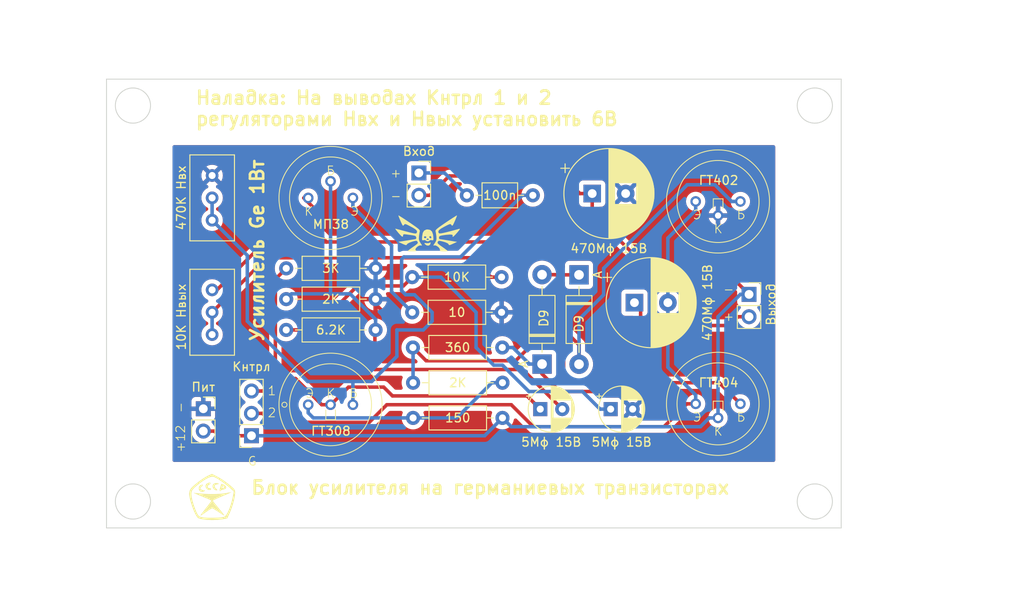
<source format=kicad_pcb>
(kicad_pcb (version 20221018) (generator pcbnew)
  (layers (0 "F.Cu" signal) (31 "B.Cu" signal) (34 "B.Paste" user) (35 "F.Paste" user) (36 "B.SilkS" user "B.Silkscreen") (37 "F.SilkS" user "F.Silkscreen") (38 "B.Mask" user) (39 "F.Mask" user) (44 "Edge.Cuts" user))
  (net 0 "")
  (net 1 "Net-(Q1-B)")
  (net 2 "Out -")
  (net 3 "-12V")
  (net 4 "Uh1")
  (net 5 "Net-(Q2-B)")
  (net 6 "Net-(C4-Pad1)")
  (net 7 "Out +")
  (net 8 "Uh2")
  (net 9 "Net-(D1-K)")
  (net 10 "Net-(D1-A)")
  (net 11 "Net-(D2-A)")
  (net 12 "Net-(Q1-E)")
  (net 13 "Net-(Q2-E)")
  (net 14 "Net-(R6-Pad2)")
  (net 15 "Net-(J4-Pin_1)")
  (footprint "Capacitor_THT:C_Axial_L3.8mm_D2.6mm_P7.50mm_Horizontal" (layer "F.Cu") (at 77.95 46.2)
    (fp_text reference "C1" hide)
    (fp_text value "100n" (at 3.75 0) (layer "F.SilkS"))
    (pad "1" thru_hole circle (at 0 0) (size 1.6 1.6) (drill 0.8) (layers "*.Cu" "*.Mask") (net 15 "Net-(J4-Pin_1)"))
    (pad "2" thru_hole oval (at 7.5 0) (size 1.6 1.6) (drill 0.8) (layers "*.Cu" "*.Mask") (net 1 "Net-(Q1-B)"))
  )
  (footprint "Potentiometer_THT:Potentiometer_Bourns_3296W_Vertical" (layer "F.Cu") (at 49 43.95 90)
    (fp_text reference "UIn1" hide)
    (fp_text value "470K Hвх" (at -2.55 -3.5 90) (layer "F.SilkS"))
    (pad "1" thru_hole circle (at 0 0 90) (size 1.44 1.44) (drill 0.8) (layers "*.Cu" "*.Mask") (net 3 "-12V"))
    (pad "2" thru_hole circle (at -2.54 0 90) (size 1.44 1.44) (drill 0.8) (layers "*.Cu" "*.Mask") (net 1 "Net-(Q1-B)"))
    (pad "3" thru_hole circle (at -5.08 0 90) (size 1.44 1.44) (drill 0.8) (layers "*.Cu" "*.Mask") (net 1 "Net-(Q1-B)"))
  )
  (footprint "Capacitor_THT:CP_Radial_D10.0mm_P3.80mm" (layer "F.Cu") (at 92.2 46)
    (fp_text reference "C2" hide)
    (fp_text value "470Mф 15В" (at 1.9 6.25) (layer "F.SilkS"))
    (pad "1" thru_hole rect (at 0 0) (size 2 2) (drill 1) (layers "*.Cu" "*.Mask") (net 2 "Out -"))
    (pad "2" thru_hole circle (at 3.8 0) (size 2 2) (drill 1) (layers "*.Cu" "*.Mask") (net 3 "-12V"))
  )
  (footprint "Soviet:Soviet-GT402" (layer "F.Cu") (at 103.96 46.9)
    (fp_text reference "Q3" hide)
    (fp_text value "ГТ402" (at 2.6 -2.4) (layer "F.SilkS"))
    (fp_text user "K" (at 2 3.7 unlocked) (layer "F.SilkS") (effects (font (thickness 0.1)) (justify left bottom)))
    (fp_text user "Б" (at 4.6 2.1 unlocked) (layer "F.SilkS") (effects (font (thickness 0.1)) (justify left bottom)))
    (fp_text user "Э" (at -0.4 2.1 unlocked) (layer "F.SilkS") (effects (font (thickness 0.1)) (justify left bottom)))
    (pad "1" thru_hole oval (at 0 0) (size 1.2 1.2) (drill 0.7) (layers "*.Cu" "*.Mask") (net 8 "Uh2"))
    (pad "2" thru_hole oval (at 2.54 1.6) (size 1.2 1.2) (drill 0.7) (layers "*.Cu" "*.Mask") (net 3 "-12V"))
    (pad "3" thru_hole oval (at 5.08 0) (size 1.2 1.2) (drill 0.7) (layers "*.Cu" "*.Mask") (net 9 "Net-(D1-K)"))
  )
  (footprint "Resistor_THT:R_Axial_DIN0207_L6.3mm_D2.5mm_P10.16mm_Horizontal" (layer "F.Cu") (at 57.42 58)
    (fp_text reference "R4" hide)
    (fp_text value "2K" (at 5.08 0) (layer "F.SilkS"))
    (pad "1" thru_hole circle (at 0 0) (size 1.6 1.6) (drill 0.8) (layers "*.Cu" "*.Mask") (net 5 "Net-(Q2-B)"))
    (pad "2" thru_hole oval (at 10.16 0) (size 1.6 1.6) (drill 0.8) (layers "*.Cu" "*.Mask") (net 3 "-12V"))
  )
  (footprint "Potentiometer_THT:Potentiometer_Bourns_3296W_Vertical" (layer "F.Cu") (at 49 56.95 90)
    (fp_text reference "Uout1" hide)
    (fp_text value "10K Hвых" (at -3.08 -3.5 90) (layer "F.SilkS"))
    (pad "1" thru_hole circle (at 0 0 90) (size 1.44 1.44) (drill 0.8) (layers "*.Cu" "*.Mask") (net 9 "Net-(D1-K)"))
    (pad "2" thru_hole circle (at -2.54 0 90) (size 1.44 1.44) (drill 0.8) (layers "*.Cu" "*.Mask") (net 14 "Net-(R6-Pad2)"))
    (pad "3" thru_hole circle (at -5.08 0 90) (size 1.44 1.44) (drill 0.8) (layers "*.Cu" "*.Mask") (net 14 "Net-(R6-Pad2)"))
  )
  (footprint "Connector_PinSocket_2.54mm:PinSocket_1x02_P2.54mm_Vertical" (layer "F.Cu") (at 110.025 57.46)
    (fp_text reference "J1" hide)
    (fp_text value "Выход" (at 2.5 1.15 90) (layer "F.SilkS"))
    (fp_text user "-" (at -3 0 unlocked) (layer "F.SilkS") (effects (font (thickness 0.1)) (justify left bottom)))
    (fp_text user "+" (at -3 3.1 unlocked) (layer "F.SilkS") (effects (font (thickness 0.1)) (justify left bottom)))
    (pad "1" thru_hole rect (at 0 0) (size 1.7 1.7) (drill 1) (layers "*.Cu" "*.Mask") (net 2 "Out -"))
    (pad "2" thru_hole oval (at 0 2.54) (size 1.7 1.7) (drill 1) (layers "*.Cu" "*.Mask") (net 7 "Out +"))
  )
  (footprint "Resistor_THT:R_Axial_DIN0207_L6.3mm_D2.5mm_P10.16mm_Horizontal" (layer "F.Cu") (at 71.74 55.5)
    (fp_text reference "R6" hide)
    (fp_text value "10K" (at 5.08 0) (layer "F.SilkS"))
    (pad "1" thru_hole circle (at 0 0) (size 1.6 1.6) (drill 0.8) (layers "*.Cu" "*.Mask") (net 6 "Net-(C4-Pad1)"))
    (pad "2" thru_hole oval (at 10.16 0) (size 1.6 1.6) (drill 0.8) (layers "*.Cu" "*.Mask") (net 14 "Net-(R6-Pad2)"))
  )
  (footprint "Resistor_THT:R_Axial_DIN0207_L6.3mm_D2.5mm_P10.16mm_Horizontal" (layer "F.Cu") (at 57.42 54.5)
    (fp_text reference "R3" hide)
    (fp_text value "3K" (at 5.08 0) (layer "F.SilkS"))
    (pad "1" thru_hole circle (at 0 0) (size 1.6 1.6) (drill 0.8) (layers "*.Cu" "*.Mask") (net 4 "Uh1"))
    (pad "2" thru_hole oval (at 10.16 0) (size 1.6 1.6) (drill 0.8) (layers "*.Cu" "*.Mask") (net 3 "-12V"))
  )
  (footprint "Soviet:D9" (layer "F.Cu") (at 86.5 65.38 90)
    (fp_text reference "D2" hide)
    (fp_text value "D9" (at 5.21 0.2 90) (layer "F.SilkS"))
    (fp_text user "A" (at 0 -2.1 90) (layer "F.SilkS"))
    (pad "1" thru_hole rect (at 0 0 90) (size 2.2 2.2) (drill 1.1) (layers "*.Cu" "*.Mask") (net 11 "Net-(D2-A)"))
    (pad "2" thru_hole oval (at 10.16 0 90) (size 2.2 2.2) (drill 1.1) (layers "*.Cu" "*.Mask") (net 10 "Net-(D1-A)"))
  )
  (footprint "Soviet:Soviet-MP38" (layer "F.Cu") (at 59.92 46.5)
    (fp_text reference "Q2" hide)
    (fp_text value "MП38" (at 2.58 3) (layer "F.SilkS"))
    (fp_text user "Б" (at 2 -2.5 unlocked) (layer "F.SilkS") (effects (font (thickness 0.1)) (justify left bottom)))
    (fp_text user "K" (at -0.5 2.1 unlocked) (layer "F.SilkS") (effects (font (thickness 0.1)) (justify left bottom)))
    (fp_text user "Э" (at 4.7 2.1 unlocked) (layer "F.SilkS") (effects (font (thickness 0.1)) (justify left bottom)))
    (pad "1" thru_hole oval (at 0 0) (size 1.2 1.2) (drill 0.7) (layers "*.Cu" "*.Mask") (net 9 "Net-(D1-K)"))
    (pad "2" thru_hole oval (at 2.54 -1.9) (size 1.2 1.2) (drill 0.7) (layers "*.Cu" "*.Mask") (net 5 "Net-(Q2-B)"))
    (pad "3" thru_hole oval (at 5.08 0) (size 1.2 1.2) (drill 0.7) (layers "*.Cu" "*.Mask") (net 13 "Net-(Q2-E)"))
  )
  (footprint "Soviet:Soviet-GT402" (layer "F.Cu") (at 103.96 69.9)
    (fp_text reference "Q4" hide)
    (fp_text value "ГT404" (at 2.6 -2.4) (layer "F.SilkS"))
    (fp_text user "K" (at 2 3.7 unlocked) (layer "F.SilkS") (effects (font (thickness 0.1)) (justify left bottom)))
    (fp_text user "Б" (at 4.6 2.1 unlocked) (layer "F.SilkS") (effects (font (thickness 0.1)) (justify left bottom)))
    (fp_text user "Э" (at -0.4 2.1 unlocked) (layer "F.SilkS") (effects (font (thickness 0.1)) (justify left bottom)))
    (pad "1" thru_hole oval (at 0 0) (size 1.2 1.2) (drill 0.7) (layers "*.Cu" "*.Mask") (net 8 "Uh2"))
    (pad "2" thru_hole oval (at 2.54 1.6) (size 1.2 1.2) (drill 0.7) (layers "*.Cu" "*.Mask") (net 2 "Out -"))
    (pad "3" thru_hole oval (at 5.08 0) (size 1.2 1.2) (drill 0.7) (layers "*.Cu" "*.Mask") (net 11 "Net-(D2-A)"))
  )
  (footprint "Capacitor_THT:CP_Radial_D5.0mm_P2.50mm" (layer "F.Cu") (at 94.2949 70.5)
    (fp_text reference "C4" hide)
    (fp_text value "5Mф 15В" (at 1.25 3.75) (layer "F.SilkS"))
    (pad "1" thru_hole rect (at 0 0) (size 1.6 1.6) (drill 0.8) (layers "*.Cu" "*.Mask") (net 6 "Net-(C4-Pad1)"))
    (pad "2" thru_hole circle (at 2.5 0) (size 1.6 1.6) (drill 0.8) (layers "*.Cu" "*.Mask") (net 3 "-12V"))
  )
  (footprint "Connector_PinSocket_2.54mm:PinSocket_1x03_P2.54mm_Vertical" (layer "F.Cu") (at 53.475 73.525 180)
    (fp_text reference "J2" hide)
    (fp_text value "Кнтрл" (at 0 7.85) (layer "F.SilkS"))
    (fp_text user "1" (at -1.775 4.525 unlocked) (layer "F.SilkS") (effects (font (thickness 0.1)) (justify left bottom)))
    (fp_text user "2" (at -1.775 2.025 unlocked) (layer "F.SilkS") (effects (font (thickness 0.1)) (justify left bottom)))
    (fp_text user "G" (at 0.475 -3.475 unlocked) (layer "F.SilkS") (effects (font (thickness 0.1)) (justify left bottom)))
    (pad "1" thru_hole rect (at 0 0 180) (size 1.7 1.7) (drill 1) (layers "*.Cu" "*.Mask") (net 2 "Out -"))
    (pad "2" thru_hole oval (at 0 2.54 180) (size 1.7 1.7) (drill 1) (layers "*.Cu" "*.Mask") (net 8 "Uh2"))
    (pad "3" thru_hole oval (at 0 5.08 180) (size 1.7 1.7) (drill 1) (layers "*.Cu" "*.Mask") (net 4 "Uh1"))
  )
  (footprint "Resistor_THT:R_Axial_DIN0207_L6.3mm_D2.5mm_P10.16mm_Horizontal" (layer "F.Cu") (at 71.82 63.5)
    (fp_text reference "R8" hide)
    (fp_text value "360" (at 5.08 0) (layer "F.SilkS"))
    (pad "1" thru_hole circle (at 0 0) (size 1.6 1.6) (drill 0.8) (layers "*.Cu" "*.Mask") (net 7 "Out +"))
    (pad "2" thru_hole oval (at 10.16 0) (size 1.6 1.6) (drill 0.8) (layers "*.Cu" "*.Mask") (net 11 "Net-(D2-A)"))
  )
  (footprint "Connector_PinSocket_2.54mm:PinSocket_1x02_P2.54mm_Vertical" (layer "F.Cu") (at 72.5 43.66)
    (fp_text reference "J4" hide)
    (fp_text value "Вход" (at 0 -2.46) (layer "F.SilkS"))
    (fp_text user "-" (at -3.3 3.2 unlocked) (layer "F.SilkS") (effects (font (thickness 0.1)) (justify left bottom)))
    (fp_text user "+" (at -3.3 0.6 unlocked) (layer "F.SilkS") (effects (font (thickness 0.1)) (justify left bottom)))
    (pad "1" thru_hole rect (at 0 0) (size 1.7 1.7) (drill 1) (layers "*.Cu" "*.Mask") (net 15 "Net-(J4-Pin_1)"))
    (pad "2" thru_hole oval (at 0 2.54) (size 1.7 1.7) (drill 1) (layers "*.Cu" "*.Mask") (net 2 "Out -"))
  )
  (footprint "Resistor_THT:R_Axial_DIN0207_L6.3mm_D2.5mm_P10.16mm_Horizontal" (layer "F.Cu") (at 71.74 59.5)
    (fp_text reference "R7" hide)
    (fp_text value "10" (at 5.08 0) (layer "F.SilkS"))
    (pad "1" thru_hole circle (at 0 0) (size 1.6 1.6) (drill 0.8) (layers "*.Cu" "*.Mask") (net 13 "Net-(Q2-E)"))
    (pad "2" thru_hole oval (at 10.16 0) (size 1.6 1.6) (drill 0.8) (layers "*.Cu" "*.Mask") (net 3 "-12V"))
  )
  (footprint "Capacitor_THT:CP_Radial_D10.0mm_P3.80mm" (layer "F.Cu") (at 97 58.4)
    (fp_text reference "C5" hide)
    (fp_text value "470Mф 15В" (at 8.3 0 90) (layer "F.SilkS"))
    (pad "1" thru_hole rect (at 0 0) (size 2 2) (drill 1) (layers "*.Cu" "*.Mask") (net 7 "Out +"))
    (pad "2" thru_hole circle (at 3.8 0) (size 2 2) (drill 1) (layers "*.Cu" "*.Mask") (net 8 "Uh2"))
  )
  (footprint "Soviet:Soviet-GT308" (layer "F.Cu") (at 59.92 70)
    (fp_text reference "Q1" hide)
    (fp_text value "ГT308" (at 2.58 3) (layer "F.SilkS"))
    (fp_text user "K" (at 2 -0.7 unlocked) (layer "F.SilkS") (effects (font (thickness 0.1)) (justify left bottom)))
    (fp_text user "Э" (at -0.4 -0.7 unlocked) (layer "F.SilkS") (effects (font (thickness 0.1)) (justify left bottom)))
    (fp_text user "Б" (at 4.6 -0.7 unlocked) (layer "F.SilkS") (effects (font (thickness 0.1)) (justify left bottom)))
    (pad "1" thru_hole oval (at 0 0) (size 1.2 1.2) (drill 0.7) (layers "*.Cu" "*.Mask") (net 12 "Net-(Q1-E)"))
    (pad "2" thru_hole oval (at 2.54 0) (size 1.2 1.2) (drill 0.7) (layers "*.Cu" "*.Mask") (net 4 "Uh1"))
    (pad "3" thru_hole oval (at 5.08 0) (size 1.2 1.2) (drill 0.7) (layers "*.Cu" "*.Mask") (net 1 "Net-(Q1-B)"))
  )
  (footprint "Soviet:D9" (layer "F.Cu") (at 90.7 55.24 -90)
    (fp_text reference "D1" hide)
    (fp_text value "D9" (at 5.56 0 90) (layer "F.SilkS"))
    (fp_text user "A" (at 0 -2.1 90) (layer "F.SilkS"))
    (pad "1" thru_hole rect (at 0 0 270) (size 2.2 2.2) (drill 1.1) (layers "*.Cu" "*.Mask") (net 10 "Net-(D1-A)"))
    (pad "2" thru_hole oval (at 10.16 0 270) (size 2.2 2.2) (drill 1.1) (layers "*.Cu" "*.Mask") (net 9 "Net-(D1-K)"))
  )
  (footprint "Resistor_THT:R_Axial_DIN0207_L6.3mm_D2.5mm_P10.16mm_Horizontal" (layer "F.Cu") (at 57.42 61.5)
    (fp_text reference "R5" hide)
    (fp_text value "6.2K" (at 5.08 0) (layer "F.SilkS"))
    (pad "1" thru_hole circle (at 0 0) (size 1.6 1.6) (drill 0.8) (layers "*.Cu" "*.Mask") (net 6 "Net-(C4-Pad1)"))
    (pad "2" thru_hole oval (at 10.16 0) (size 1.6 1.6) (drill 0.8) (layers "*.Cu" "*.Mask") (net 5 "Net-(Q2-B)"))
  )
  (footprint "Connector_PinSocket_2.54mm:PinSocket_1x02_P2.54mm_Vertical" (layer "F.Cu") (at 48 70.46)
    (fp_text reference "J3" hide)
    (fp_text value "Пит" (at 0 -2.46 180) (layer "F.SilkS"))
    (fp_text user "-" (at -2 0.54 90 unlocked) (layer "F.SilkS") (effects (font (thickness 0.1)) (justify left bottom)))
    (fp_text user "+12" (at -2 5.04 90 unlocked) (layer "F.SilkS") (effects (font (thickness 0.1)) (justify left bottom)))
    (pad "1" thru_hole rect (at 0 0) (size 1.7 1.7) (drill 1) (layers "*.Cu" "*.Mask") (net 3 "-12V"))
    (pad "2" thru_hole oval (at 0 2.54) (size 1.7 1.7) (drill 1) (layers "*.Cu" "*.Mask") (net 2 "Out -"))
  )
  (footprint "Symbol:Strogg_logo" (layer "F.Cu") (at 73.5 51)
    (fp_text reference "Strogg logo" hide)
    (fp_text value "Strogg_logo" hide)
  )
  (footprint "Resistor_THT:R_Axial_DIN0207_L6.3mm_D2.5mm_P10.16mm_Horizontal" (layer "F.Cu") (at 82 71.5 180)
    (fp_text reference "R2" hide)
    (fp_text value "150" (at 5.08 0) (layer "F.SilkS"))
    (pad "1" thru_hole circle (at 0 0 180) (size 1.6 1.6) (drill 0.8) (layers "*.Cu" "*.Mask") (net 2 "Out -"))
    (pad "2" thru_hole oval (at 10.16 0 180) (size 1.6 1.6) (drill 0.8) (layers "*.Cu" "*.Mask") (net 12 "Net-(Q1-E)"))
  )
  (footprint "Capacitor_THT:CP_Radial_D5.0mm_P2.50mm" (layer "F.Cu") (at 86.2949 70.5)
    (fp_text reference "C3" hide)
    (fp_text value "5Mф 15В" (at 1.25 3.75) (layer "F.SilkS"))
    (pad "1" thru_hole rect (at 0 0) (size 1.6 1.6) (drill 0.8) (layers "*.Cu" "*.Mask") (net 4 "Uh1"))
    (pad "2" thru_hole circle (at 2.5 0) (size 1.6 1.6) (drill 0.8) (layers "*.Cu" "*.Mask") (net 5 "Net-(Q2-B)"))
  )
  (footprint "Resistor_THT:R_Axial_DIN0207_L6.3mm_D2.5mm_P10.16mm_Horizontal" (layer "F.Cu") (at 71.84 67.5)
    (fp_text reference "R9" hide)
    (fp_text value "2K" (at 5.08 0) (layer "F.SilkS"))
    (pad "1" thru_hole circle (at 0 0) (size 1.6 1.6) (drill 0.8) (layers "*.Cu" "*.Mask") (net 7 "Out +"))
    (pad "2" thru_hole oval (at 10.16 0) (size 1.6 1.6) (drill 0.8) (layers "*.Cu" "*.Mask") (net 12 "Net-(Q1-E)"))
  )
  (footprint "Soviet:OTK-logo" (layer "F.Cu") (at 49 80.5)
    (fp_text reference "G***" hide)
    (fp_text value "OTK-logo" hide)
  )
  (gr_line (start 120.5 33) (end 37 33) (stroke (width 0.1)) (layer "Edge.Cuts"))
  (gr_circle (center 40 36) (end 42 36) (stroke (width 0.1)) (fill none) (layer "Edge.Cuts"))
  (gr_line (start 120.5 84) (end 120.5 33) (stroke (width 0.1)) (layer "Edge.Cuts"))
  (gr_circle (center 117.5 81) (end 119.5 81) (stroke (width 0.1)) (fill none) (layer "Edge.Cuts"))
  (gr_line (start 37 84) (end 120.5 84) (stroke (width 0.1)) (layer "Edge.Cuts"))
  (gr_circle (center 117.5 36) (end 119.5 36) (stroke (width 0.1)) (fill none) (layer "Edge.Cuts"))
  (gr_circle (center 40 81) (end 42 81) (stroke (width 0.1)) (fill none) (layer "Edge.Cuts"))
  (gr_line (start 37 33) (end 37 84) (stroke (width 0.1)) (layer "Edge.Cuts"))
  (gr_text "Наладка: На выводах Кнтрл 1 и 2\nрегуляторами Нвх и Нвых установить 6В" (at 47 38.4) (layer "F.SilkS") (effects (font (size 1.5 1.5) (thickness 0.3) bold) (justify left bottom)))
  (gr_text "Блок усилителя на германиевых транзисторах" (at 53.3 80.3) (layer "F.SilkS") (effects (font (size 1.5 1.5) (thickness 0.3) bold) (justify left bottom)))
  (gr_text "Усилитель Ge 1Вт" (at 55 63 90) (layer "F.SilkS") (effects (font (size 1.5 1.5) (thickness 0.3) bold) (justify left bottom)))
  (segment (start 74 60.5) (end 74 59.5) (width 0.4) (layer "B.Cu") (net 1))
  (segment (start 71 57.5) (end 70.5368 57.0368) (width 0.4) (layer "B.Cu") (net 1))
  (segment (start 84.2481 46.2) (end 85.45 46.2) (width 0.4) (layer "B.Cu") (net 1))
  (segment (start 73 61.5) (end 74 60.5) (width 0.4) (layer "B.Cu") (net 1))
  (segment (start 77.2432 53.2049) (end 84.2481 46.2) (width 0.4) (layer "B.Cu") (net 1))
  (segment (start 65 67.356) (end 59.856 67.356) (width 0.4) (layer "B.Cu") (net 1))
  (segment (start 59.856 67.356) (end 53 60.5) (width 0.4) (layer "B.Cu") (net 1))
  (segment (start 72 57.5) (end 71 57.5) (width 0.4) (layer "B.Cu") (net 1))
  (segment (start 49 49.03) (end 49 46.49) (width 0.4) (layer "B.Cu") (net 1))
  (segment (start 74 59.5) (end 72 57.5) (width 0.4) (layer "B.Cu") (net 1))
  (segment (start 53 60.5) (end 53 53.03) (width 0.4) (layer "B.Cu") (net 1))
  (segment (start 70.5368 53.4632) (end 70.7951 53.2049) (width 0.4) (layer "B.Cu") (net 1))
  (segment (start 70 61.5) (end 73 61.5) (width 0.4) (layer "B.Cu") (net 1))
  (segment (start 65 70) (end 65 67.356) (width 0.4) (layer "B.Cu") (net 1))
  (segment (start 70 64.5) (end 70 61.5) (width 0.4) (layer "B.Cu") (net 1))
  (segment (start 53 53.03) (end 49 49.03) (width 0.4) (layer "B.Cu") (net 1))
  (segment (start 70.7951 53.2049) (end 77.2432 53.2049) (width 0.4) (layer "B.Cu") (net 1))
  (segment (start 70.5368 57.0368) (end 70.5368 53.4632) (width 0.4) (layer "B.Cu") (net 1))
  (segment (start 67.144 67.356) (end 70 64.5) (width 0.4) (layer "B.Cu") (net 1))
  (segment (start 65 67.356) (end 67.144 67.356) (width 0.4) (layer "B.Cu") (net 1))
  (segment (start 49.7769 73.525) (end 53.475 73.525) (width 0.4) (layer "F.Cu") (net 2))
  (segment (start 48 73) (end 49.2519 73) (width 0.4) (layer "F.Cu") (net 2))
  (segment (start 108.065 55.5) (end 99.5 55.5) (width 0.4) (layer "F.Cu") (net 2))
  (segment (start 49.2519 73) (end 49.7769 73.525) (width 0.4) (layer "F.Cu") (net 2))
  (segment (start 75.9519 44) (end 88.7981 44) (width 0.4) (layer "F.Cu") (net 2))
  (segment (start 110.025 57.46) (end 108.065 55.5) (width 0.4) (layer "F.Cu") (net 2))
  (segment (start 88.7981 44) (end 90.7981 46) (width 0.4) (layer "F.Cu") (net 2))
  (segment (start 73.7519 46.2) (end 75.9519 44) (width 0.4) (layer "F.Cu") (net 2))
  (segment (start 72.5 46.2) (end 73.7519 46.2) (width 0.4) (layer "F.Cu") (net 2))
  (segment (start 90.7981 46) (end 92.2 46) (width 0.4) (layer "F.Cu") (net 2))
  (segment (start 92.2 48.2) (end 92.2 46) (width 0.4) (layer "F.Cu") (net 2))
  (segment (start 99.5 55.5) (end 92.2 48.2) (width 0.4) (layer "F.Cu") (net 2))
  (segment (start 83 72.5) (end 104.4981 72.5) (width 0.4) (layer "B.Cu") (net 2))
  (segment (start 109.04 57.46) (end 106.5 60) (width 0.4) (layer "B.Cu") (net 2))
  (segment (start 79.975 73.525) (end 82 71.5) (width 0.4) (layer "B.Cu") (net 2))
  (segment (start 82 71.5) (end 83 72.5) (width 0.4) (layer "B.Cu") (net 2))
  (segment (start 105.4981 71.5) (end 106.5 71.5) (width 0.4) (layer "B.Cu") (net 2))
  (segment (start 106.5 60) (end 106.5 71.5) (width 0.4) (layer "B.Cu") (net 2))
  (segment (start 53.475 73.525) (end 79.975 73.525) (width 0.4) (layer "B.Cu") (net 2))
  (segment (start 104.4981 72.5) (end 105.4981 71.5) (width 0.4) (layer "B.Cu") (net 2))
  (segment (start 110.025 57.46) (end 109.04 57.46) (width 0.4) (layer "B.Cu") (net 2))
  (segment (start 98.5 48.5) (end 106.5 48.5) (width 0.4) (layer "F.Cu") (net 3))
  (segment (start 78.6981 61.5) (end 70.5 61.5) (width 0.4) (layer "F.Cu") (net 3))
  (segment (start 70.5 61.5) (end 67.58 58.58) (width 0.4) (layer "F.Cu") (net 3))
  (segment (start 80.6981 59.5) (end 78.6981 61.5) (width 0.4) (layer "F.Cu") (net 3))
  (segment (start 81.9 59.5) (end 80.6981 59.5) (width 0.4) (layer "F.Cu") (net 3))
  (segment (start 96 46) (end 98.5 48.5) (width 0.4) (layer "F.Cu") (net 3))
  (segment (start 67.58 58.58) (end 67.58 58) (width 0.4) (layer "F.Cu") (net 3))
  (segment (start 67.58 54.5) (end 67.58 58) (width 0.4) (layer "B.Cu") (net 3))
  (segment (start 83.8709 59.9748) (end 88.7711 55.0746) (width 0.4) (layer "B.Cu") (net 3))
  (segment (start 67.58 53.2981) (end 64 49.7181) (width 0.4) (layer "B.Cu") (net 3))
  (segment (start 88.5 63.5) (end 84.9748 59.9748) (width 0.4) (layer "B.Cu") (net 3))
  (segment (start 67.58 54.5) (end 67.58 53.2981) (width 0.4) (layer "B.Cu") (net 3))
  (segment (start 63 43) (end 49.95 43) (width 0.4) (layer "B.Cu") (net 3))
  (segment (start 49 43.95) (end 47 45.95) (width 0.4) (layer "B.Cu") (net 3))
  (segment (start 88.7711 55.0746) (end 88.7711 53.2289) (width 0.4) (layer "B.Cu") (net 3))
  (segment (start 47 45.95) (end 47 68.2081) (width 0.4) (layer "B.Cu") (net 3))
  (segment (start 64 45) (end 64 44) (width 0.4) (layer "B.Cu") (net 3))
  (segment (start 49.95 43) (end 49 43.95) (width 0.4) (layer "B.Cu") (net 3))
  (segment (start 64 44) (end 63 43) (width 0.4) (layer "B.Cu") (net 3))
  (segment (start 63.5 45.5) (end 64 45) (width 0.4) (layer "B.Cu") (net 3))
  (segment (start 48 69.2081) (end 48 70.46) (width 0.4) (layer "B.Cu") (net 3))
  (segment (start 93.7424 67.4475) (end 89.9475 67.4475) (width 0.4) (layer "B.Cu") (net 3))
  (segment (start 96.7949 70.5) (end 93.7424 67.4475) (width 0.4) (layer "B.Cu") (net 3))
  (segment (start 83.8709 59.9748) (end 83.3961 59.5) (width 0.4) (layer "B.Cu") (net 3))
  (segment (start 88.5 66) (end 88.5 63.5) (width 0.4) (layer "B.Cu") (net 3))
  (segment (start 83.3961 59.5) (end 81.9 59.5) (width 0.4) (layer "B.Cu") (net 3))
  (segment (start 64 49.7181) (end 64 47.350428) (width 0.4) (layer "B.Cu") (net 3))
  (segment (start 47 68.2081) (end 48 69.2081) (width 0.4) (layer "B.Cu") (net 3))
  (segment (start 63.5 46.850428) (end 63.5 45.5) (width 0.4) (layer "B.Cu") (net 3))
  (segment (start 88.7711 53.2289) (end 96 46) (width 0.4) (layer "B.Cu") (net 3))
  (segment (start 84.9748 59.9748) (end 83.8709 59.9748) (width 0.4) (layer "B.Cu") (net 3))
  (segment (start 89.9475 67.4475) (end 88.5 66) (width 0.4) (layer "B.Cu") (net 3))
  (segment (start 64 47.350428) (end 63.5 46.850428) (width 0.4) (layer "B.Cu") (net 3))
  (segment (start 69.5 69) (end 84.7949 69) (width 0.4) (layer "F.Cu") (net 4))
  (segment (start 64.5 68) (end 68.5 68) (width 0.4) (layer "F.Cu") (net 4))
  (segment (start 56.1868 55.7332) (end 56.1868 67.0298) (width 0.4) (layer "F.Cu") (net 4))
  (segment (start 54.7716 68.445) (end 53.475 68.445) (width 0.4) (layer "F.Cu") (net 4))
  (segment (start 84.7949 69) (end 86.2949 70.5) (width 0.4) (layer "F.Cu") (net 4))
  (segment (start 57.42 54.5) (end 56.1868 55.7332) (width 0.4) (layer "F.Cu") (net 4))
  (segment (start 56.1868 67.0298) (end 54.7716 68.445) (width 0.4) (layer "F.Cu") (net 4))
  (segment (start 61.9591 70) (end 62.46 70) (width 0.4) (layer "F.Cu") (net 4))
  (segment (start 62.5 70) (end 64.5 68) (width 0.4) (layer "F.Cu") (net 4))
  (segment (start 61.9591 70) (end 61.4581 70) (width 0.4) (layer "F.Cu") (net 4))
  (segment (start 61.4581 70) (end 58.4879 67.0298) (width 0.4) (layer "F.Cu") (net 4))
  (segment (start 68.5 68) (end 69.5 69) (width 0.4) (layer "F.Cu") (net 4))
  (segment (start 58.4879 67.0298) (end 56.1868 67.0298) (width 0.4) (layer "F.Cu") (net 4))
  (segment (start 62.46 70) (end 62.5 70) (width 0.4) (layer "F.Cu") (net 4))
  (segment (start 88.7949 70.5) (end 84.2949 66) (width 0.4) (layer "F.Cu") (net 5))
  (segment (start 67.5 61.58) (end 67.58 61.5) (width 0.4) (layer "F.Cu") (net 5))
  (segment (start 67.5 66) (end 67.5 61.58) (width 0.4) (layer "F.Cu") (net 5))
  (segment (start 84.2949 66) (end 67.5 66) (width 0.4) (layer "F.Cu") (net 5))
  (segment (start 67.58 61.5) (end 67.58 60.2981) (width 0.4) (layer "B.Cu") (net 5))
  (segment (start 58.021 57.399) (end 57.42 58) (width 0.4) (layer "B.Cu") (net 5))
  (segment (start 62.46 57.399) (end 58.021 57.399) (width 0.4) (layer "B.Cu") (net 5))
  (segment (start 64.6809 57.399) (end 62.46 57.399) (width 0.4) (layer "B.Cu") (net 5))
  (segment (start 67.58 60.2981) (end 64.6809 57.399) (width 0.4) (layer "B.Cu") (net 5))
  (segment (start 62.46 44.6) (end 62.46 57.399) (width 0.4) (layer "B.Cu") (net 5))
  (segment (start 60.5 61.5) (end 57.42 61.5) (width 0.4) (layer "F.Cu") (net 6))
  (segment (start 71.74 55.5) (end 70.74 56.5) (width 0.4) (layer "F.Cu") (net 6))
  (segment (start 65.5 56.5) (end 60.5 61.5) (width 0.4) (layer "F.Cu") (net 6))
  (segment (start 70.74 56.5) (end 65.5 56.5) (width 0.4) (layer "F.Cu") (net 6))
  (segment (start 91.093 68.5) (end 85 68.5) (width 0.4) (layer "B.Cu") (net 6))
  (segment (start 79 63.5) (end 79 59.5) (width 0.4) (layer "B.Cu") (net 6))
  (segment (start 79 59.5) (end 75 55.5) (width 0.4) (layer "B.Cu") (net 6))
  (segment (start 81 65.5) (end 79 63.5) (width 0.4) (layer "B.Cu") (net 6))
  (segment (start 94.2949 70.5) (end 93.093 70.5) (width 0.4) (layer "B.Cu") (net 6))
  (segment (start 75 55.5) (end 71.74 55.5) (width 0.4) (layer "B.Cu") (net 6))
  (segment (start 82 65.5) (end 81 65.5) (width 0.4) (layer "B.Cu") (net 6))
  (segment (start 93.093 70.5) (end 91.093 68.5) (width 0.4) (layer "B.Cu") (net 6))
  (segment (start 85 68.5) (end 82 65.5) (width 0.4) (layer "B.Cu") (net 6))
  (segment (start 108.7731 60) (end 107.7731 61) (width 0.4) (layer "F.Cu") (net 7))
  (segment (start 97 58.4) (end 97.701 58.4) (width 0.4) (layer "F.Cu") (net 7))
  (segment (start 73.32 65) (end 71.82 63.5) (width 0.4) (layer "F.Cu") (net 7))
  (segment (start 85.5 63) (end 83.5 65) (width 0.4) (layer "F.Cu") (net 7))
  (segment (start 88.9515 63.7054) (end 88.2461 63) (width 0.4) (layer "F.Cu") (net 7))
  (segment (start 88.9515 67.102972) (end 88.9515 63.7054) (width 0.4) (layer "F.Cu") (net 7))
  (segment (start 107.7731 61) (end 98.701 61) (width 0.4) (layer "F.Cu") (net 7))
  (segment (start 97.701 58.4) (end 97.701 60) (width 0.4) (layer "F.Cu") (net 7))
  (segment (start 97.701 60) (end 97.701 62.299) (width 0.4) (layer "F.Cu") (net 7))
  (segment (start 98.701 61) (end 97.701 60) (width 0.4) (layer "F.Cu") (net 7))
  (segment (start 88.2461 63) (end 85.5 63) (width 0.4) (layer "F.Cu") (net 7))
  (segment (start 83.5 65) (end 73.32 65) (width 0.4) (layer "F.Cu") (net 7))
  (segment (start 89.348528 67.5) (end 88.9515 67.102972) (width 0.4) (layer "F.Cu") (net 7))
  (segment (start 110.025 60) (end 108.7731 60) (width 0.4) (layer "F.Cu") (net 7))
  (segment (start 97.701 62.299) (end 92.5 67.5) (width 0.4) (layer "F.Cu") (net 7))
  (segment (start 92.5 67.5) (end 89.348528 67.5) (width 0.4) (layer "F.Cu") (net 7))
  (segment (start 71.84 63.52) (end 71.84 67.5) (width 0.4) (layer "B.Cu") (net 7))
  (segment (start 71.82 63.5) (end 71.84 63.52) (width 0.4) (layer "B.Cu") (net 7))
  (segment (start 100.3581 72.5) (end 102.9581 69.9) (width 0.4) (layer "F.Cu") (net 8))
  (segment (start 83 70) (end 85.5 72.5) (width 0.4) (layer "F.Cu") (net 8))
  (segment (start 55.7419 72) (end 66.8564 72) (width 0.4) (layer "F.Cu") (net 8))
  (segment (start 68.8564 70) (end 83 70) (width 0.4) (layer "F.Cu") (net 8))
  (segment (start 102.9581 69.9) (end 103.96 69.9) (width 0.4) (layer "F.Cu") (net 8))
  (segment (start 66.8564 72) (end 68.8564 70) (width 0.4) (layer "F.Cu") (net 8))
  (segment (start 53.475 70.985) (end 54.7269 70.985) (width 0.4) (layer "F.Cu") (net 8))
  (segment (start 85.5 72.5) (end 100.3581 72.5) (width 0.4) (layer "F.Cu") (net 8))
  (segment (start 54.7269 70.985) (end 55.7419 72) (width 0.4) (layer "F.Cu") (net 8))
  (segment (start 100.8 51.0619) (end 103.96 47.9019) (width 0.4) (layer "B.Cu") (net 8))
  (segment (start 103.96 69.9) (end 103.96 68.8981) (width 0.4) (layer "B.Cu") (net 8))
  (segment (start 103.96 68.8981) (end 100.8 65.7381) (width 0.4) (layer "B.Cu") (net 8))
  (segment (start 100.8 58.4) (end 100.8 51.0619) (width 0.4) (layer "B.Cu") (net 8))
  (segment (start 100.8 65.7381) (end 100.8 58.4) (width 0.4) (layer "B.Cu") (net 8))
  (segment (start 103.96 46.9) (end 103.96 47.9019) (width 0.4) (layer "B.Cu") (net 8))
  (segment (start 84 56.5) (end 90.7 63.2) (width 0.4) (layer "F.Cu") (net 9))
  (segment (start 61.2655 50.7655) (end 62 51.5) (width 0.4) (layer "F.Cu") (net 9))
  (segment (start 59.4191 46.5) (end 60.5 47.5809) (width 0.4) (layer "F.Cu") (net 9))
  (segment (start 60.5 47.5809) (end 60.5 50) (width 0.4) (layer "F.Cu") (net 9))
  (segment (start 62 51.5) (end 83 51.5) (width 0.4) (layer "F.Cu") (net 9))
  (segment (start 49.55 56.95) (end 49 56.95) (width 0.4) (layer "F.Cu") (net 9))
  (segment (start 60.5 50) (end 61.2655 50.7655) (width 0.4) (layer "F.Cu") (net 9))
  (segment (start 62 51.5) (end 55 51.5) (width 0.4) (layer "F.Cu") (net 9))
  (segment (start 90.7 63.2) (end 90.7 65.4) (width 0.4) (layer "F.Cu") (net 9))
  (segment (start 59.92 46.5) (end 59.4191 46.5) (width 0.4) (layer "F.Cu") (net 9))
  (segment (start 84 52.5) (end 84 56.5) (width 0.4) (layer "F.Cu") (net 9))
  (segment (start 83 51.5) (end 84 52.5) (width 0.4) (layer "F.Cu") (net 9))
  (segment (start 55 51.5) (end 49.55 56.95) (width 0.4) (layer "F.Cu") (net 9))
  (segment (start 106.1381 45) (end 108.0381 46.9) (width 0.4) (layer "B.Cu") (net 9))
  (segment (start 90.7 65.4) (end 90.7 60.3) (width 0.4) (layer "B.Cu") (net 9))
  (segment (start 103 45) (end 106.1381 45) (width 0.4) (layer "B.Cu") (net 9))
  (segment (start 108.0381 46.9) (end 109.04 46.9) (width 0.4) (layer "B.Cu") (net 9))
  (segment (start 93.5 54.5) (end 103 45) (width 0.4) (layer "B.Cu") (net 9))
  (segment (start 93.5 57.5) (end 93.5 54.5) (width 0.4) (layer "B.Cu") (net 9))
  (segment (start 90.7 60.3) (end 93.5 57.5) (width 0.4) (layer "B.Cu") (net 9))
  (segment (start 90.7 55.24) (end 88.0219 55.24) (width 0.4) (layer "F.Cu") (net 10))
  (segment (start 88.0219 55.24) (end 88.0019 55.22) (width 0.4) (layer "F.Cu") (net 10))
  (segment (start 86.5 55.22) (end 88.0019 55.22) (width 0.4) (layer "F.Cu") (net 10))
  (segment (start 106.64 67.5) (end 109.04 69.9) (width 0.4) (layer "F.Cu") (net 11))
  (segment (start 94 67.5) (end 106.64 67.5) (width 0.4) (layer "F.Cu") (net 11))
  (segment (start 88.5 68.5) (end 93 68.5) (width 0.4) (layer "F.Cu") (net 11))
  (segment (start 86.5 66.5) (end 88.5 68.5) (width 0.4) (layer "F.Cu") (net 11))
  (segment (start 86.5 65.38) (end 86.5 66.5) (width 0.4) (layer "F.Cu") (net 11))
  (segment (start 93 68.5) (end 94 67.5) (width 0.4) (layer "F.Cu") (net 11))
  (segment (start 84.9981 65.3162) (end 83.1819 63.5) (width 0.4) (layer "B.Cu") (net 11))
  (segment (start 81.98 63.5) (end 83.1819 63.5) (width 0.4) (layer "B.Cu") (net 11))
  (segment (start 86.5 65.38) (end 84.9981 65.38) (width 0.4) (layer "B.Cu") (net 11))
  (segment (start 84.9981 65.38) (end 84.9981 65.3162) (width 0.4) (layer "B.Cu") (net 11))
  (segment (start 80.7981 67.5) (end 76.7981 71.5) (width 0.4) (layer "B.Cu") (net 12))
  (segment (start 76.7981 71.5) (end 71.84 71.5) (width 0.4) (layer "B.Cu") (net 12))
  (segment (start 82 67.5) (end 80.7981 67.5) (width 0.4) (layer "B.Cu") (net 12))
  (segment (start 60.5 71.5) (end 71.84 71.5) (width 0.4) (layer "B.Cu") (net 12))
  (segment (start 59.92 70.92) (end 60.5 71.5) (width 0.4) (layer "B.Cu") (net 12))
  (segment (start 59.92 70) (end 59.92 70.92) (width 0.4) (layer "B.Cu") (net 12))
  (segment (start 69.3964 51.8983) (end 69.3964 57.1564) (width 0.4) (layer "B.Cu") (net 13))
  (segment (start 65 47.5019) (end 69.3964 51.8983) (width 0.4) (layer "B.Cu") (net 13))
  (segment (start 69.3964 57.1564) (end 71.74 59.5) (width 0.4) (layer "B.Cu") (net 13))
  (segment (start 65 46.5) (end 65 47.5019) (width 0.4) (layer "B.Cu") (net 13))
  (segment (start 81.9 55.5) (end 80.6981 55.5) (width 0.4) (layer "F.Cu") (net 14))
  (segment (start 55.1919 53.2981) (end 49 59.49) (width 0.4) (layer "F.Cu") (net 14))
  (segment (start 78.4962 53.2981) (end 55.1919 53.2981) (width 0.4) (layer "F.Cu") (net 14))
  (segment (start 80.6981 55.5) (end 78.4962 53.2981) (width 0.4) (layer "F.Cu") (net 14))
  (segment (start 49 62.03) (end 49 59.49) (width 0.4) (layer "B.Cu") (net 14))
  (segment (start 75.41 43.66) (end 77.95 46.2) (width 0.4) (layer "B.Cu") (net 15))
  (segment (start 72.5 43.66) (end 75.41 43.66) (width 0.4) (layer "B.Cu") (net 15))
  (zone (net 3) (net_name "-12V") (layers "F&B.Cu") (connect_pads (clearance 0.5)) (min_thickness 0.4) (fill yes (thermal_gap 0.5) (thermal_bridge_width 0.5))
    (polygon (pts (xy 44.5 40.5) (xy 113 40.5) (xy 113 76.5) (xy 44.5 76.5)))
  )
)
</source>
